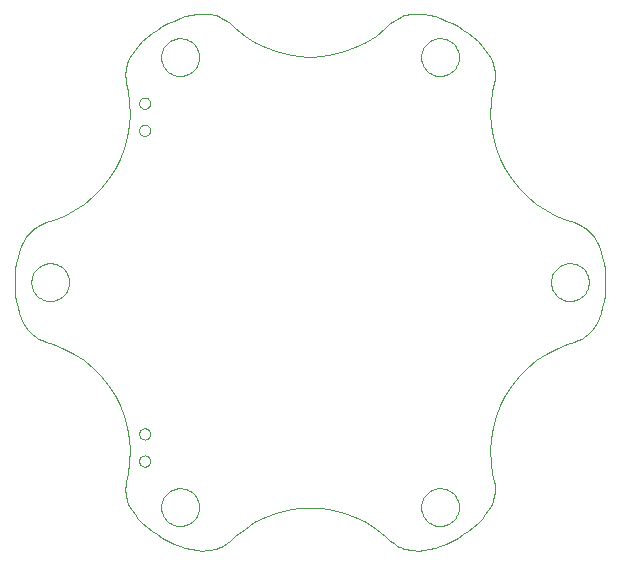
<source format=gko>
G75*
%MOIN*%
%OFA0B0*%
%FSLAX24Y24*%
%IPPOS*%
%LPD*%
%AMOC8*
5,1,8,0,0,1.08239X$1,22.5*
%
%ADD10C,0.0000*%
D10*
X003998Y002563D02*
X003917Y002707D01*
X003885Y002778D01*
X003856Y002850D01*
X003833Y002920D01*
X003815Y002990D01*
X003801Y003060D01*
X003791Y003128D01*
X003786Y003196D01*
X003784Y003264D01*
X003791Y003396D01*
X003810Y003526D01*
X003861Y003780D01*
X003918Y004164D01*
X003936Y004552D01*
X003913Y004939D01*
X003850Y005322D01*
X003748Y005696D01*
X003608Y006058D01*
X003432Y006403D01*
X003221Y006729D01*
X002978Y007031D01*
X002704Y007306D01*
X002404Y007552D01*
X002080Y007765D01*
X001736Y007944D01*
X001375Y008087D01*
X001129Y008169D01*
X001007Y008218D01*
X000889Y008278D01*
X000832Y008313D01*
X000775Y008352D01*
X000721Y008394D01*
X000668Y008441D01*
X000616Y008492D01*
X000567Y008548D01*
X000519Y008608D01*
X000473Y008672D01*
X000389Y008814D01*
X000315Y008972D01*
X000250Y009145D01*
X000197Y009331D01*
X000155Y009529D01*
X000124Y009735D01*
X000106Y009947D01*
X000100Y010162D01*
X000106Y010377D01*
X000124Y010589D01*
X000155Y010795D01*
X000197Y010993D01*
X000250Y011180D01*
X000315Y011353D01*
X000389Y011511D01*
X000473Y011652D01*
X000519Y011717D01*
X000567Y011777D01*
X000616Y011832D01*
X000668Y011883D01*
X000721Y011930D01*
X000775Y011973D01*
X000832Y012011D01*
X000889Y012046D01*
X001007Y012106D01*
X001129Y012155D01*
X001375Y012238D01*
X001736Y012380D01*
X002080Y012559D01*
X002404Y012772D01*
X002704Y013018D01*
X002978Y013293D01*
X003221Y013595D01*
X003432Y013921D01*
X003608Y014266D01*
X003748Y014628D01*
X003850Y015003D01*
X003913Y015385D01*
X003936Y015773D01*
X003918Y016160D01*
X003861Y016544D01*
X003810Y016799D01*
X003791Y016928D01*
X003784Y017061D01*
X003786Y017128D01*
X003791Y017196D01*
X003801Y017265D01*
X003815Y017334D01*
X003833Y017404D01*
X003856Y017475D01*
X003885Y017546D01*
X003917Y017618D01*
X003998Y017761D01*
X004097Y017905D01*
X004215Y018047D01*
X004350Y018187D01*
X004500Y018322D01*
X004664Y018451D01*
X004838Y018573D01*
X005021Y018686D01*
X005211Y018788D01*
X005403Y018878D01*
X005597Y018955D01*
X005789Y019018D01*
X005977Y019065D01*
X006160Y019096D01*
X006334Y019110D01*
X006499Y019108D01*
X006577Y019100D01*
X006653Y019089D01*
X006725Y019074D01*
X006795Y019055D01*
X006863Y019032D01*
X006927Y019006D01*
X006989Y018977D01*
X007048Y018945D01*
X007158Y018872D01*
X007262Y018792D01*
X007456Y018619D01*
X007760Y018378D01*
X008087Y018170D01*
X008434Y017996D01*
X008797Y017859D01*
X009172Y017760D01*
X009555Y017700D01*
X009943Y017680D01*
X010330Y017700D01*
X010713Y017760D01*
X011088Y017859D01*
X011451Y017996D01*
X011798Y018170D01*
X012125Y018378D01*
X012429Y018619D01*
X012623Y018792D01*
X012727Y018872D01*
X012837Y018945D01*
X012896Y018977D01*
X012958Y019006D01*
X013022Y019032D01*
X013090Y019055D01*
X013160Y019074D01*
X013232Y019089D01*
X013308Y019100D01*
X013387Y019108D01*
X013551Y019110D01*
X013725Y019096D01*
X013908Y019065D01*
X014096Y019018D01*
X014288Y018955D01*
X014482Y018878D01*
X014675Y018788D01*
X014864Y018686D01*
X015047Y018573D01*
X015221Y018451D01*
X015385Y018322D01*
X015535Y018187D01*
X015670Y018047D01*
X015788Y017905D01*
X015887Y017761D01*
X015968Y017618D01*
X016001Y017546D01*
X016029Y017475D01*
X016052Y017404D01*
X016070Y017334D01*
X016084Y017265D01*
X016094Y017196D01*
X016099Y017128D01*
X016101Y017061D01*
X016094Y016928D01*
X016076Y016799D01*
X016024Y016544D01*
X015967Y016160D01*
X015949Y015773D01*
X015972Y015385D01*
X016035Y015003D01*
X016137Y014628D01*
X016277Y014266D01*
X016453Y013921D01*
X016664Y013595D01*
X016907Y013293D01*
X017181Y013018D01*
X017481Y012772D01*
X017805Y012559D01*
X018149Y012380D01*
X018510Y012238D01*
X018756Y012155D01*
X018878Y012106D01*
X018996Y012046D01*
X019053Y012011D01*
X019110Y011973D01*
X019164Y011930D01*
X019218Y011883D01*
X019269Y011832D01*
X019318Y011777D01*
X019366Y011717D01*
X019412Y011652D01*
X019496Y011511D01*
X019570Y011353D01*
X019635Y011180D01*
X019688Y010993D01*
X019730Y010795D01*
X019761Y010589D01*
X019779Y010377D01*
X019785Y010162D01*
X019779Y009947D01*
X019761Y009735D01*
X019730Y009529D01*
X019688Y009331D01*
X019635Y009145D01*
X019570Y008972D01*
X019496Y008814D01*
X019412Y008672D01*
X019366Y008608D01*
X019318Y008548D01*
X019269Y008492D01*
X019218Y008441D01*
X019164Y008394D01*
X019110Y008352D01*
X019053Y008313D01*
X018996Y008278D01*
X018878Y008218D01*
X018756Y008169D01*
X018510Y008087D01*
X018149Y007944D01*
X017805Y007765D01*
X017481Y007552D01*
X017181Y007306D01*
X016907Y007031D01*
X016664Y006729D01*
X016453Y006403D01*
X016277Y006058D01*
X016137Y005696D01*
X016035Y005322D01*
X015972Y004939D01*
X015949Y004552D01*
X015967Y004164D01*
X016024Y003780D01*
X016076Y003526D01*
X016094Y003396D01*
X016101Y003264D01*
X016099Y003196D01*
X016094Y003128D01*
X016084Y003060D01*
X016070Y002990D01*
X016052Y002920D01*
X016029Y002850D01*
X016001Y002778D01*
X015968Y002707D01*
X015887Y002563D01*
X015788Y002419D01*
X015670Y002277D01*
X015535Y002138D01*
X015385Y002002D01*
X015221Y001873D01*
X015047Y001751D01*
X014864Y001638D01*
X014675Y001536D01*
X014482Y001446D01*
X014288Y001369D01*
X014096Y001307D01*
X013908Y001260D01*
X013725Y001229D01*
X013551Y001214D01*
X013387Y001217D01*
X013308Y001224D01*
X013232Y001235D01*
X013160Y001250D01*
X013090Y001269D01*
X013022Y001292D01*
X012958Y001318D01*
X012896Y001347D01*
X012837Y001380D01*
X012727Y001452D01*
X012623Y001533D01*
X012429Y001705D01*
X012125Y001946D01*
X011798Y002155D01*
X011451Y002329D01*
X011088Y002466D01*
X010713Y002565D01*
X010330Y002625D01*
X009943Y002645D01*
X009555Y002625D01*
X009172Y002565D01*
X008797Y002466D01*
X008434Y002329D01*
X008087Y002155D01*
X007760Y001946D01*
X007456Y001705D01*
X007262Y001533D01*
X007158Y001452D01*
X007048Y001380D01*
X006989Y001347D01*
X006927Y001318D01*
X006863Y001292D01*
X006795Y001269D01*
X006725Y001250D01*
X006653Y001235D01*
X006577Y001224D01*
X006499Y001217D01*
X006334Y001214D01*
X006160Y001229D01*
X005977Y001260D01*
X005789Y001307D01*
X005597Y001369D01*
X005403Y001446D01*
X005211Y001536D01*
X005021Y001638D01*
X004838Y001751D01*
X004664Y001873D01*
X004500Y002002D01*
X004350Y002138D01*
X004215Y002277D01*
X004097Y002419D01*
X003998Y002563D01*
X004982Y002662D02*
X004984Y002712D01*
X004990Y002762D01*
X005000Y002811D01*
X005014Y002859D01*
X005031Y002906D01*
X005052Y002951D01*
X005077Y002995D01*
X005105Y003036D01*
X005137Y003075D01*
X005171Y003112D01*
X005208Y003146D01*
X005248Y003176D01*
X005290Y003203D01*
X005334Y003227D01*
X005380Y003248D01*
X005427Y003264D01*
X005475Y003277D01*
X005525Y003286D01*
X005574Y003291D01*
X005625Y003292D01*
X005675Y003289D01*
X005724Y003282D01*
X005773Y003271D01*
X005821Y003256D01*
X005867Y003238D01*
X005912Y003216D01*
X005955Y003190D01*
X005996Y003161D01*
X006035Y003129D01*
X006071Y003094D01*
X006103Y003056D01*
X006133Y003016D01*
X006160Y002973D01*
X006183Y002929D01*
X006202Y002883D01*
X006218Y002835D01*
X006230Y002786D01*
X006238Y002737D01*
X006242Y002687D01*
X006242Y002637D01*
X006238Y002587D01*
X006230Y002538D01*
X006218Y002489D01*
X006202Y002441D01*
X006183Y002395D01*
X006160Y002351D01*
X006133Y002308D01*
X006103Y002268D01*
X006071Y002230D01*
X006035Y002195D01*
X005996Y002163D01*
X005955Y002134D01*
X005912Y002108D01*
X005867Y002086D01*
X005821Y002068D01*
X005773Y002053D01*
X005724Y002042D01*
X005675Y002035D01*
X005625Y002032D01*
X005574Y002033D01*
X005525Y002038D01*
X005475Y002047D01*
X005427Y002060D01*
X005380Y002076D01*
X005334Y002097D01*
X005290Y002121D01*
X005248Y002148D01*
X005208Y002178D01*
X005171Y002212D01*
X005137Y002249D01*
X005105Y002288D01*
X005077Y002329D01*
X005052Y002373D01*
X005031Y002418D01*
X005014Y002465D01*
X005000Y002513D01*
X004990Y002562D01*
X004984Y002612D01*
X004982Y002662D01*
X004244Y004198D02*
X004246Y004225D01*
X004252Y004251D01*
X004261Y004276D01*
X004274Y004299D01*
X004290Y004320D01*
X004309Y004339D01*
X004330Y004355D01*
X004353Y004368D01*
X004378Y004377D01*
X004404Y004383D01*
X004431Y004385D01*
X004458Y004383D01*
X004484Y004377D01*
X004509Y004368D01*
X004532Y004355D01*
X004553Y004339D01*
X004572Y004320D01*
X004588Y004299D01*
X004601Y004276D01*
X004610Y004251D01*
X004616Y004225D01*
X004618Y004198D01*
X004616Y004171D01*
X004610Y004145D01*
X004601Y004120D01*
X004588Y004097D01*
X004572Y004076D01*
X004553Y004057D01*
X004532Y004041D01*
X004509Y004028D01*
X004484Y004019D01*
X004458Y004013D01*
X004431Y004011D01*
X004404Y004013D01*
X004378Y004019D01*
X004353Y004028D01*
X004330Y004041D01*
X004309Y004057D01*
X004290Y004076D01*
X004274Y004097D01*
X004261Y004120D01*
X004252Y004145D01*
X004246Y004171D01*
X004244Y004198D01*
X004244Y005103D02*
X004246Y005130D01*
X004252Y005156D01*
X004261Y005181D01*
X004274Y005204D01*
X004290Y005225D01*
X004309Y005244D01*
X004330Y005260D01*
X004353Y005273D01*
X004378Y005282D01*
X004404Y005288D01*
X004431Y005290D01*
X004458Y005288D01*
X004484Y005282D01*
X004509Y005273D01*
X004532Y005260D01*
X004553Y005244D01*
X004572Y005225D01*
X004588Y005204D01*
X004601Y005181D01*
X004610Y005156D01*
X004616Y005130D01*
X004618Y005103D01*
X004616Y005076D01*
X004610Y005050D01*
X004601Y005025D01*
X004588Y005002D01*
X004572Y004981D01*
X004553Y004962D01*
X004532Y004946D01*
X004509Y004933D01*
X004484Y004924D01*
X004458Y004918D01*
X004431Y004916D01*
X004404Y004918D01*
X004378Y004924D01*
X004353Y004933D01*
X004330Y004946D01*
X004309Y004962D01*
X004290Y004981D01*
X004274Y005002D01*
X004261Y005025D01*
X004252Y005050D01*
X004246Y005076D01*
X004244Y005103D01*
X000651Y010162D02*
X000653Y010212D01*
X000659Y010262D01*
X000669Y010311D01*
X000683Y010359D01*
X000700Y010406D01*
X000721Y010451D01*
X000746Y010495D01*
X000774Y010536D01*
X000806Y010575D01*
X000840Y010612D01*
X000877Y010646D01*
X000917Y010676D01*
X000959Y010703D01*
X001003Y010727D01*
X001049Y010748D01*
X001096Y010764D01*
X001144Y010777D01*
X001194Y010786D01*
X001243Y010791D01*
X001294Y010792D01*
X001344Y010789D01*
X001393Y010782D01*
X001442Y010771D01*
X001490Y010756D01*
X001536Y010738D01*
X001581Y010716D01*
X001624Y010690D01*
X001665Y010661D01*
X001704Y010629D01*
X001740Y010594D01*
X001772Y010556D01*
X001802Y010516D01*
X001829Y010473D01*
X001852Y010429D01*
X001871Y010383D01*
X001887Y010335D01*
X001899Y010286D01*
X001907Y010237D01*
X001911Y010187D01*
X001911Y010137D01*
X001907Y010087D01*
X001899Y010038D01*
X001887Y009989D01*
X001871Y009941D01*
X001852Y009895D01*
X001829Y009851D01*
X001802Y009808D01*
X001772Y009768D01*
X001740Y009730D01*
X001704Y009695D01*
X001665Y009663D01*
X001624Y009634D01*
X001581Y009608D01*
X001536Y009586D01*
X001490Y009568D01*
X001442Y009553D01*
X001393Y009542D01*
X001344Y009535D01*
X001294Y009532D01*
X001243Y009533D01*
X001194Y009538D01*
X001144Y009547D01*
X001096Y009560D01*
X001049Y009576D01*
X001003Y009597D01*
X000959Y009621D01*
X000917Y009648D01*
X000877Y009678D01*
X000840Y009712D01*
X000806Y009749D01*
X000774Y009788D01*
X000746Y009829D01*
X000721Y009873D01*
X000700Y009918D01*
X000683Y009965D01*
X000669Y010013D01*
X000659Y010062D01*
X000653Y010112D01*
X000651Y010162D01*
X004244Y015221D02*
X004246Y015248D01*
X004252Y015274D01*
X004261Y015299D01*
X004274Y015322D01*
X004290Y015343D01*
X004309Y015362D01*
X004330Y015378D01*
X004353Y015391D01*
X004378Y015400D01*
X004404Y015406D01*
X004431Y015408D01*
X004458Y015406D01*
X004484Y015400D01*
X004509Y015391D01*
X004532Y015378D01*
X004553Y015362D01*
X004572Y015343D01*
X004588Y015322D01*
X004601Y015299D01*
X004610Y015274D01*
X004616Y015248D01*
X004618Y015221D01*
X004616Y015194D01*
X004610Y015168D01*
X004601Y015143D01*
X004588Y015120D01*
X004572Y015099D01*
X004553Y015080D01*
X004532Y015064D01*
X004509Y015051D01*
X004484Y015042D01*
X004458Y015036D01*
X004431Y015034D01*
X004404Y015036D01*
X004378Y015042D01*
X004353Y015051D01*
X004330Y015064D01*
X004309Y015080D01*
X004290Y015099D01*
X004274Y015120D01*
X004261Y015143D01*
X004252Y015168D01*
X004246Y015194D01*
X004244Y015221D01*
X004244Y016127D02*
X004246Y016154D01*
X004252Y016180D01*
X004261Y016205D01*
X004274Y016228D01*
X004290Y016249D01*
X004309Y016268D01*
X004330Y016284D01*
X004353Y016297D01*
X004378Y016306D01*
X004404Y016312D01*
X004431Y016314D01*
X004458Y016312D01*
X004484Y016306D01*
X004509Y016297D01*
X004532Y016284D01*
X004553Y016268D01*
X004572Y016249D01*
X004588Y016228D01*
X004601Y016205D01*
X004610Y016180D01*
X004616Y016154D01*
X004618Y016127D01*
X004616Y016100D01*
X004610Y016074D01*
X004601Y016049D01*
X004588Y016026D01*
X004572Y016005D01*
X004553Y015986D01*
X004532Y015970D01*
X004509Y015957D01*
X004484Y015948D01*
X004458Y015942D01*
X004431Y015940D01*
X004404Y015942D01*
X004378Y015948D01*
X004353Y015957D01*
X004330Y015970D01*
X004309Y015986D01*
X004290Y016005D01*
X004274Y016026D01*
X004261Y016049D01*
X004252Y016074D01*
X004246Y016100D01*
X004244Y016127D01*
X004982Y017662D02*
X004984Y017712D01*
X004990Y017762D01*
X005000Y017811D01*
X005014Y017859D01*
X005031Y017906D01*
X005052Y017951D01*
X005077Y017995D01*
X005105Y018036D01*
X005137Y018075D01*
X005171Y018112D01*
X005208Y018146D01*
X005248Y018176D01*
X005290Y018203D01*
X005334Y018227D01*
X005380Y018248D01*
X005427Y018264D01*
X005475Y018277D01*
X005525Y018286D01*
X005574Y018291D01*
X005625Y018292D01*
X005675Y018289D01*
X005724Y018282D01*
X005773Y018271D01*
X005821Y018256D01*
X005867Y018238D01*
X005912Y018216D01*
X005955Y018190D01*
X005996Y018161D01*
X006035Y018129D01*
X006071Y018094D01*
X006103Y018056D01*
X006133Y018016D01*
X006160Y017973D01*
X006183Y017929D01*
X006202Y017883D01*
X006218Y017835D01*
X006230Y017786D01*
X006238Y017737D01*
X006242Y017687D01*
X006242Y017637D01*
X006238Y017587D01*
X006230Y017538D01*
X006218Y017489D01*
X006202Y017441D01*
X006183Y017395D01*
X006160Y017351D01*
X006133Y017308D01*
X006103Y017268D01*
X006071Y017230D01*
X006035Y017195D01*
X005996Y017163D01*
X005955Y017134D01*
X005912Y017108D01*
X005867Y017086D01*
X005821Y017068D01*
X005773Y017053D01*
X005724Y017042D01*
X005675Y017035D01*
X005625Y017032D01*
X005574Y017033D01*
X005525Y017038D01*
X005475Y017047D01*
X005427Y017060D01*
X005380Y017076D01*
X005334Y017097D01*
X005290Y017121D01*
X005248Y017148D01*
X005208Y017178D01*
X005171Y017212D01*
X005137Y017249D01*
X005105Y017288D01*
X005077Y017329D01*
X005052Y017373D01*
X005031Y017418D01*
X005014Y017465D01*
X005000Y017513D01*
X004990Y017562D01*
X004984Y017612D01*
X004982Y017662D01*
X013643Y017662D02*
X013645Y017712D01*
X013651Y017762D01*
X013661Y017811D01*
X013675Y017859D01*
X013692Y017906D01*
X013713Y017951D01*
X013738Y017995D01*
X013766Y018036D01*
X013798Y018075D01*
X013832Y018112D01*
X013869Y018146D01*
X013909Y018176D01*
X013951Y018203D01*
X013995Y018227D01*
X014041Y018248D01*
X014088Y018264D01*
X014136Y018277D01*
X014186Y018286D01*
X014235Y018291D01*
X014286Y018292D01*
X014336Y018289D01*
X014385Y018282D01*
X014434Y018271D01*
X014482Y018256D01*
X014528Y018238D01*
X014573Y018216D01*
X014616Y018190D01*
X014657Y018161D01*
X014696Y018129D01*
X014732Y018094D01*
X014764Y018056D01*
X014794Y018016D01*
X014821Y017973D01*
X014844Y017929D01*
X014863Y017883D01*
X014879Y017835D01*
X014891Y017786D01*
X014899Y017737D01*
X014903Y017687D01*
X014903Y017637D01*
X014899Y017587D01*
X014891Y017538D01*
X014879Y017489D01*
X014863Y017441D01*
X014844Y017395D01*
X014821Y017351D01*
X014794Y017308D01*
X014764Y017268D01*
X014732Y017230D01*
X014696Y017195D01*
X014657Y017163D01*
X014616Y017134D01*
X014573Y017108D01*
X014528Y017086D01*
X014482Y017068D01*
X014434Y017053D01*
X014385Y017042D01*
X014336Y017035D01*
X014286Y017032D01*
X014235Y017033D01*
X014186Y017038D01*
X014136Y017047D01*
X014088Y017060D01*
X014041Y017076D01*
X013995Y017097D01*
X013951Y017121D01*
X013909Y017148D01*
X013869Y017178D01*
X013832Y017212D01*
X013798Y017249D01*
X013766Y017288D01*
X013738Y017329D01*
X013713Y017373D01*
X013692Y017418D01*
X013675Y017465D01*
X013661Y017513D01*
X013651Y017562D01*
X013645Y017612D01*
X013643Y017662D01*
X017974Y010162D02*
X017976Y010212D01*
X017982Y010262D01*
X017992Y010311D01*
X018006Y010359D01*
X018023Y010406D01*
X018044Y010451D01*
X018069Y010495D01*
X018097Y010536D01*
X018129Y010575D01*
X018163Y010612D01*
X018200Y010646D01*
X018240Y010676D01*
X018282Y010703D01*
X018326Y010727D01*
X018372Y010748D01*
X018419Y010764D01*
X018467Y010777D01*
X018517Y010786D01*
X018566Y010791D01*
X018617Y010792D01*
X018667Y010789D01*
X018716Y010782D01*
X018765Y010771D01*
X018813Y010756D01*
X018859Y010738D01*
X018904Y010716D01*
X018947Y010690D01*
X018988Y010661D01*
X019027Y010629D01*
X019063Y010594D01*
X019095Y010556D01*
X019125Y010516D01*
X019152Y010473D01*
X019175Y010429D01*
X019194Y010383D01*
X019210Y010335D01*
X019222Y010286D01*
X019230Y010237D01*
X019234Y010187D01*
X019234Y010137D01*
X019230Y010087D01*
X019222Y010038D01*
X019210Y009989D01*
X019194Y009941D01*
X019175Y009895D01*
X019152Y009851D01*
X019125Y009808D01*
X019095Y009768D01*
X019063Y009730D01*
X019027Y009695D01*
X018988Y009663D01*
X018947Y009634D01*
X018904Y009608D01*
X018859Y009586D01*
X018813Y009568D01*
X018765Y009553D01*
X018716Y009542D01*
X018667Y009535D01*
X018617Y009532D01*
X018566Y009533D01*
X018517Y009538D01*
X018467Y009547D01*
X018419Y009560D01*
X018372Y009576D01*
X018326Y009597D01*
X018282Y009621D01*
X018240Y009648D01*
X018200Y009678D01*
X018163Y009712D01*
X018129Y009749D01*
X018097Y009788D01*
X018069Y009829D01*
X018044Y009873D01*
X018023Y009918D01*
X018006Y009965D01*
X017992Y010013D01*
X017982Y010062D01*
X017976Y010112D01*
X017974Y010162D01*
X013643Y002662D02*
X013645Y002712D01*
X013651Y002762D01*
X013661Y002811D01*
X013675Y002859D01*
X013692Y002906D01*
X013713Y002951D01*
X013738Y002995D01*
X013766Y003036D01*
X013798Y003075D01*
X013832Y003112D01*
X013869Y003146D01*
X013909Y003176D01*
X013951Y003203D01*
X013995Y003227D01*
X014041Y003248D01*
X014088Y003264D01*
X014136Y003277D01*
X014186Y003286D01*
X014235Y003291D01*
X014286Y003292D01*
X014336Y003289D01*
X014385Y003282D01*
X014434Y003271D01*
X014482Y003256D01*
X014528Y003238D01*
X014573Y003216D01*
X014616Y003190D01*
X014657Y003161D01*
X014696Y003129D01*
X014732Y003094D01*
X014764Y003056D01*
X014794Y003016D01*
X014821Y002973D01*
X014844Y002929D01*
X014863Y002883D01*
X014879Y002835D01*
X014891Y002786D01*
X014899Y002737D01*
X014903Y002687D01*
X014903Y002637D01*
X014899Y002587D01*
X014891Y002538D01*
X014879Y002489D01*
X014863Y002441D01*
X014844Y002395D01*
X014821Y002351D01*
X014794Y002308D01*
X014764Y002268D01*
X014732Y002230D01*
X014696Y002195D01*
X014657Y002163D01*
X014616Y002134D01*
X014573Y002108D01*
X014528Y002086D01*
X014482Y002068D01*
X014434Y002053D01*
X014385Y002042D01*
X014336Y002035D01*
X014286Y002032D01*
X014235Y002033D01*
X014186Y002038D01*
X014136Y002047D01*
X014088Y002060D01*
X014041Y002076D01*
X013995Y002097D01*
X013951Y002121D01*
X013909Y002148D01*
X013869Y002178D01*
X013832Y002212D01*
X013798Y002249D01*
X013766Y002288D01*
X013738Y002329D01*
X013713Y002373D01*
X013692Y002418D01*
X013675Y002465D01*
X013661Y002513D01*
X013651Y002562D01*
X013645Y002612D01*
X013643Y002662D01*
M02*

</source>
